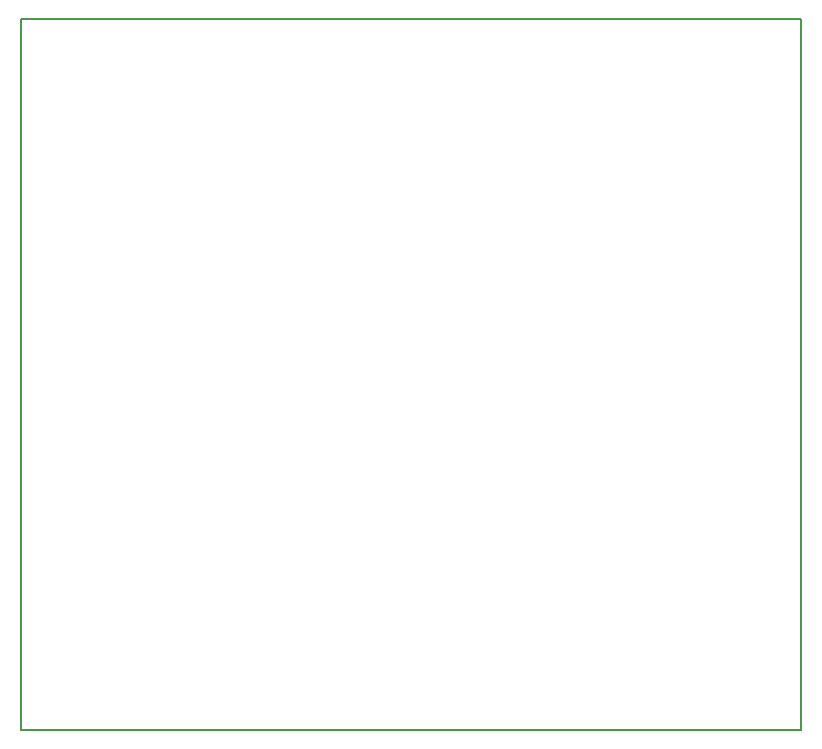
<source format=gm1>
G04 MADE WITH FRITZING*
G04 WWW.FRITZING.ORG*
G04 DOUBLE SIDED*
G04 HOLES PLATED*
G04 CONTOUR ON CENTER OF CONTOUR VECTOR*
%ASAXBY*%
%FSLAX23Y23*%
%MOIN*%
%OFA0B0*%
%SFA1.0B1.0*%
%ADD10R,2.609520X2.377160*%
%ADD11C,0.008000*%
%ADD10C,0.008*%
%LNCONTOUR*%
G90*
G70*
G54D10*
G54D11*
X4Y2373D02*
X2606Y2373D01*
X2606Y4D01*
X4Y4D01*
X4Y2373D01*
D02*
G04 End of contour*
M02*
</source>
